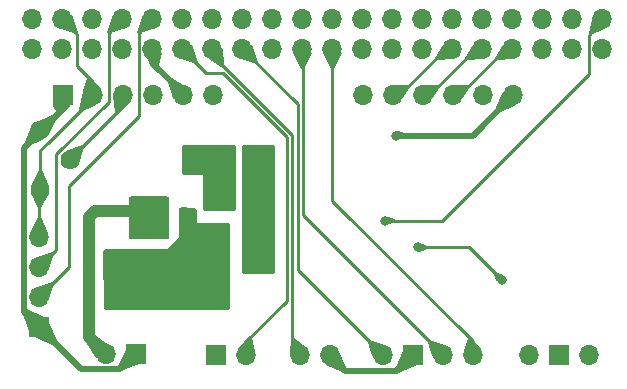
<source format=gbl>
%TF.GenerationSoftware,KiCad,Pcbnew,7.0.1*%
%TF.CreationDate,2023-07-06T22:47:11-05:00*%
%TF.ProjectId,squishbox1,73717569-7368-4626-9f78-312e6b696361,rev?*%
%TF.SameCoordinates,Original*%
%TF.FileFunction,Copper,L2,Bot*%
%TF.FilePolarity,Positive*%
%FSLAX46Y46*%
G04 Gerber Fmt 4.6, Leading zero omitted, Abs format (unit mm)*
G04 Created by KiCad (PCBNEW 7.0.1) date 2023-07-06 22:47:11*
%MOMM*%
%LPD*%
G01*
G04 APERTURE LIST*
%TA.AperFunction,ComponentPad*%
%ADD10R,1.700000X1.700000*%
%TD*%
%TA.AperFunction,ComponentPad*%
%ADD11O,1.700000X1.700000*%
%TD*%
%TA.AperFunction,ComponentPad*%
%ADD12C,1.620000*%
%TD*%
%TA.AperFunction,ViaPad*%
%ADD13C,0.800000*%
%TD*%
%TA.AperFunction,Conductor*%
%ADD14C,0.500000*%
%TD*%
%TA.AperFunction,Conductor*%
%ADD15C,0.250000*%
%TD*%
%TA.AperFunction,Conductor*%
%ADD16C,1.000000*%
%TD*%
G04 APERTURE END LIST*
D10*
%TO.P,U2,1,VSS*%
%TO.N,GND*%
X91000000Y-56000000D03*
D11*
%TO.P,U2,2,VDD*%
%TO.N,+5V*%
X93540000Y-56000000D03*
%TO.P,U2,3,VO*%
%TO.N,Net-(U2-VO)*%
X96080000Y-56000000D03*
%TO.P,U2,4,RS*%
%TO.N,Net-(J1-SDA{slash}GPIO2)*%
X98620000Y-56000000D03*
%TO.P,U2,5,R/~{W}*%
%TO.N,GND*%
X101160000Y-56000000D03*
%TO.P,U2,6,E*%
%TO.N,Net-(J1-SCL{slash}GPIO3)*%
X103700000Y-56000000D03*
%TO.P,U2,11,DB4*%
%TO.N,Net-(J1-SCLK0{slash}GPIO11)*%
X116400000Y-56000000D03*
%TO.P,U2,12,DB5*%
%TO.N,Net-(J1-GCLK1{slash}GPIO5)*%
X118940000Y-56000000D03*
%TO.P,U2,13,DB6*%
%TO.N,Net-(J1-GCLK2{slash}GPIO6)*%
X121480000Y-56000000D03*
%TO.P,U2,14,DB7*%
%TO.N,Net-(J1-PWM1{slash}GPIO13)*%
X124020000Y-56000000D03*
%TO.P,U2,15,A/VEE*%
%TO.N,Net-(U2-A{slash}VEE)*%
X126560000Y-56000000D03*
%TO.P,U2,16,K*%
%TO.N,GND*%
X129100000Y-56000000D03*
%TD*%
D10*
%TO.P,D1,1,Pin_1*%
%TO.N,Net-(D1-Pin_1)*%
X104000000Y-78000000D03*
D11*
%TO.P,D1,2,Pin_2*%
%TO.N,Net-(D1-Pin_2)*%
X106540000Y-78000000D03*
%TD*%
%TO.P,S1,1,Pin_1*%
%TO.N,Net-(J1-GPIO27)*%
X111069200Y-78000000D03*
%TO.P,S1,2,Pin_2*%
%TO.N,GND*%
X113609200Y-78000000D03*
%TD*%
%TO.P,J3,1,Pin_1*%
%TO.N,/GPIO22*%
X118120000Y-78000000D03*
D10*
%TO.P,J3,2,Pin_2*%
%TO.N,GND*%
X120660000Y-78000000D03*
D11*
%TO.P,J3,3,Pin_3*%
%TO.N,Net-(J1-MOSI0{slash}GPIO10)*%
X123200000Y-78000000D03*
%TO.P,J3,4,Pin_4*%
%TO.N,Net-(J1-MISO0{slash}GPIO9)*%
X125740000Y-78000000D03*
%TD*%
%TO.P,J2,1,Pin_1*%
%TO.N,/ROUT*%
X135585200Y-77978000D03*
D10*
%TO.P,J2,2,Pin_2*%
%TO.N,GND*%
X133045200Y-77978000D03*
D11*
%TO.P,J2,3,Pin_3*%
%TO.N,/LOUT*%
X130505200Y-77978000D03*
%TD*%
D10*
%TO.P,J4,1,Pin_1*%
%TO.N,GND*%
X97180400Y-77901800D03*
D11*
%TO.P,J4,2,Pin_2*%
%TO.N,/VIN*%
X94640400Y-77901800D03*
%TD*%
%TO.P,J1,1,3V3*%
%TO.N,+3V3*%
X88440000Y-52070000D03*
%TO.P,J1,2,5V*%
%TO.N,/5.2V*%
X88440000Y-49530000D03*
%TO.P,J1,3,SDA/GPIO2*%
%TO.N,Net-(J1-SDA{slash}GPIO2)*%
X90980000Y-52070000D03*
%TO.P,J1,4,5V*%
%TO.N,+5V*%
X90980000Y-49530000D03*
%TO.P,J1,5,SCL/GPIO3*%
%TO.N,Net-(J1-SCL{slash}GPIO3)*%
X93520000Y-52070000D03*
%TO.P,J1,6,GND*%
%TO.N,unconnected-(J1-GND-Pad6)*%
X93520000Y-49530000D03*
%TO.P,J1,7,GCLK0/GPIO4*%
%TO.N,unconnected-(J1-GCLK0{slash}GPIO4-Pad7)*%
X96060000Y-52070000D03*
%TO.P,J1,8,GPIO14/TXD*%
%TO.N,Net-(J1-GPIO14{slash}TXD)*%
X96060000Y-49530000D03*
%TO.P,J1,9,GND*%
%TO.N,GND*%
X98600000Y-52070000D03*
%TO.P,J1,10,GPIO15/RXD*%
%TO.N,Net-(J1-GPIO15{slash}RXD)*%
X98600000Y-49530000D03*
%TO.P,J1,11,GPIO17*%
%TO.N,Net-(D1-Pin_2)*%
X101140000Y-52070000D03*
%TO.P,J1,12,GPIO18/PWM0*%
%TO.N,Net-(J1-GPIO18{slash}PWM0)*%
X101140000Y-49530000D03*
%TO.P,J1,13,GPIO27*%
%TO.N,Net-(J1-GPIO27)*%
X103680000Y-52070000D03*
%TO.P,J1,14,GND*%
%TO.N,unconnected-(J1-GND-Pad14)*%
X103680000Y-49530000D03*
%TO.P,J1,15,GPIO22*%
%TO.N,/GPIO22*%
X106220000Y-52070000D03*
%TO.P,J1,16,GPIO23*%
%TO.N,unconnected-(J1-GPIO23-Pad16)*%
X106220000Y-49530000D03*
%TO.P,J1,17,3V3*%
%TO.N,unconnected-(J1-3V3-Pad17)*%
X108760000Y-52070000D03*
%TO.P,J1,18,GPIO24*%
%TO.N,unconnected-(J1-GPIO24-Pad18)*%
X108760000Y-49530000D03*
%TO.P,J1,19,MOSI0/GPIO10*%
%TO.N,Net-(J1-MOSI0{slash}GPIO10)*%
X111300000Y-52070000D03*
%TO.P,J1,20,GND*%
%TO.N,unconnected-(J1-GND-Pad20)*%
X111300000Y-49530000D03*
%TO.P,J1,21,MISO0/GPIO9*%
%TO.N,Net-(J1-MISO0{slash}GPIO9)*%
X113840000Y-52070000D03*
%TO.P,J1,22,GPIO25*%
%TO.N,unconnected-(J1-GPIO25-Pad22)*%
X113840000Y-49530000D03*
%TO.P,J1,23,SCLK0/GPIO11*%
%TO.N,Net-(J1-SCLK0{slash}GPIO11)*%
X116380000Y-52070000D03*
%TO.P,J1,24,~{CE0}/GPIO8*%
%TO.N,unconnected-(J1-~{CE0}{slash}GPIO8-Pad24)*%
X116380000Y-49530000D03*
%TO.P,J1,25,GND*%
%TO.N,unconnected-(J1-GND-Pad25)*%
X118920000Y-52070000D03*
%TO.P,J1,26,~{CE1}/GPIO7*%
%TO.N,unconnected-(J1-~{CE1}{slash}GPIO7-Pad26)*%
X118920000Y-49530000D03*
%TO.P,J1,27,ID_SD/GPIO0*%
%TO.N,unconnected-(J1-ID_SD{slash}GPIO0-Pad27)*%
X121460000Y-52070000D03*
%TO.P,J1,28,ID_SC/GPIO1*%
%TO.N,unconnected-(J1-ID_SC{slash}GPIO1-Pad28)*%
X121460000Y-49530000D03*
%TO.P,J1,29,GCLK1/GPIO5*%
%TO.N,Net-(J1-GCLK1{slash}GPIO5)*%
X124000000Y-52070000D03*
%TO.P,J1,30,GND*%
%TO.N,unconnected-(J1-GND-Pad30)*%
X124000000Y-49530000D03*
%TO.P,J1,31,GCLK2/GPIO6*%
%TO.N,Net-(J1-GCLK2{slash}GPIO6)*%
X126540000Y-52070000D03*
%TO.P,J1,32,PWM0/GPIO12*%
%TO.N,unconnected-(J1-PWM0{slash}GPIO12-Pad32)*%
X126540000Y-49530000D03*
%TO.P,J1,33,PWM1/GPIO13*%
%TO.N,Net-(J1-PWM1{slash}GPIO13)*%
X129080000Y-52070000D03*
%TO.P,J1,34,GND*%
%TO.N,unconnected-(J1-GND-Pad34)*%
X129080000Y-49530000D03*
%TO.P,J1,35,GPIO19/MISO1*%
%TO.N,Net-(J1-GPIO19{slash}MISO1)*%
X131620000Y-52070000D03*
%TO.P,J1,36,GPIO16*%
%TO.N,unconnected-(J1-GPIO16-Pad36)*%
X131620000Y-49530000D03*
%TO.P,J1,37,GPIO26*%
%TO.N,unconnected-(J1-GPIO26-Pad37)*%
X134160000Y-52070000D03*
%TO.P,J1,38,GPIO20/MOSI1*%
%TO.N,unconnected-(J1-GPIO20{slash}MOSI1-Pad38)*%
X134160000Y-49530000D03*
%TO.P,J1,39,GND*%
%TO.N,GND*%
X136700000Y-52070000D03*
%TO.P,J1,40,GPIO21/SCLK1*%
%TO.N,Net-(J1-GPIO21{slash}SCLK1)*%
X136700000Y-49530000D03*
%TD*%
%TO.P,J5,1,Pin_1*%
%TO.N,+5V*%
X89001600Y-67995800D03*
%TO.P,J5,2,Pin_2*%
%TO.N,Net-(J1-GPIO14{slash}TXD)*%
X89001600Y-70535800D03*
%TO.P,J5,3,Pin_3*%
%TO.N,Net-(J1-GPIO15{slash}RXD)*%
X89001600Y-73075800D03*
D10*
%TO.P,J5,4,Pin_4*%
%TO.N,GND*%
X89001600Y-75615800D03*
%TD*%
D12*
%TO.P,RV1,1,1*%
%TO.N,+5V*%
X89099000Y-63968000D03*
%TO.P,RV1,2,2*%
%TO.N,Net-(U2-VO)*%
X91599000Y-61468000D03*
%TO.P,RV1,3,3*%
%TO.N,GND*%
X89099000Y-58968000D03*
%TD*%
D13*
%TO.N,GND*%
X103632000Y-67564000D03*
X103632000Y-69596000D03*
X96520000Y-70612000D03*
X103632000Y-68580000D03*
X98552000Y-70612000D03*
X99568000Y-70612000D03*
X119200000Y-59400000D03*
X103632000Y-70612000D03*
X101600000Y-66548000D03*
X95504000Y-70612000D03*
%TO.N,/5.2V*%
X106680000Y-63246000D03*
X107696000Y-69596000D03*
X106680000Y-62230000D03*
X107696000Y-68580000D03*
X106680000Y-64262000D03*
X106680000Y-65278000D03*
X107696000Y-67564000D03*
X106680000Y-61214000D03*
X107696000Y-70612000D03*
%TO.N,Net-(J1-GPIO21{slash}SCLK1)*%
X118323900Y-66611800D03*
%TO.N,Net-(U1-OUTL)*%
X128154700Y-71592400D03*
X121049500Y-68853700D03*
%TO.N,/VIN*%
X97790000Y-65793900D03*
%TO.N,/SW*%
X105156000Y-63246000D03*
X105156000Y-65278000D03*
X105156000Y-64262000D03*
X105156000Y-62230000D03*
X105156000Y-61214000D03*
%TD*%
D14*
%TO.N,GND*%
X119200000Y-59400000D02*
X125700000Y-59400000D01*
X92585800Y-79200000D02*
X89001600Y-75615800D01*
X120628000Y-78000000D02*
X119303000Y-79325000D01*
X101160000Y-55805100D02*
X101160000Y-56000000D01*
X125700000Y-59400000D02*
X129100000Y-56000000D01*
X98600000Y-52070000D02*
X98600000Y-53245100D01*
X89397200Y-58724800D02*
X87701600Y-60420400D01*
X114934200Y-79325000D02*
X113609200Y-78000000D01*
X87701600Y-74315800D02*
X89001600Y-75615800D01*
X98600000Y-53245100D02*
X101160000Y-55805100D01*
X95880400Y-79201800D02*
X94101922Y-79201800D01*
X94101922Y-79201800D02*
X94100122Y-79200000D01*
X119303000Y-79325000D02*
X114934200Y-79325000D01*
X94100122Y-79200000D02*
X92585800Y-79200000D01*
X120660000Y-78000000D02*
X120628000Y-78000000D01*
X97180400Y-77901800D02*
X95880400Y-79201800D01*
X91000000Y-57122000D02*
X89397200Y-58724800D01*
X87701600Y-60420400D02*
X87701600Y-74315800D01*
X91000000Y-56000000D02*
X91000000Y-57122000D01*
D15*
%TO.N,Net-(D1-Pin_2)*%
X109982000Y-59547100D02*
X109982000Y-73382900D01*
X101140000Y-52070000D02*
X103172000Y-54102000D01*
X106540000Y-76824900D02*
X106540000Y-78000000D01*
X109982000Y-73382900D02*
X106540000Y-76824900D01*
X103172000Y-54102000D02*
X104536900Y-54102000D01*
X104536900Y-54102000D02*
X109982000Y-59547100D01*
%TO.N,Net-(J1-GPIO27)*%
X110431501Y-59360911D02*
X110431501Y-77362301D01*
X103680000Y-52070000D02*
X103680000Y-52609410D01*
X103680000Y-52609410D02*
X110431501Y-59360911D01*
X110431501Y-77362301D02*
X111069200Y-78000000D01*
%TO.N,/GPIO22*%
X110881002Y-70761002D02*
X118120000Y-78000000D01*
X106220000Y-52070000D02*
X110881002Y-56731002D01*
X110881002Y-56731002D02*
X110881002Y-70761002D01*
%TO.N,Net-(J1-MOSI0{slash}GPIO10)*%
X111330503Y-52100503D02*
X111300000Y-52070000D01*
X123200000Y-78000000D02*
X111330503Y-66130503D01*
X111330503Y-66130503D02*
X111330503Y-52100503D01*
%TO.N,Net-(J1-MISO0{slash}GPIO9)*%
X113840000Y-52070000D02*
X113840000Y-64924900D01*
X113840000Y-64924900D02*
X125740000Y-76824900D01*
X125740000Y-78000000D02*
X125740000Y-76824900D01*
%TO.N,Net-(J1-GCLK1{slash}GPIO5)*%
X119514000Y-56000000D02*
X118940000Y-56000000D01*
X123444000Y-52070000D02*
X119514000Y-56000000D01*
X124000000Y-52070000D02*
X123444000Y-52070000D01*
%TO.N,Net-(J1-GCLK2{slash}GPIO6)*%
X122054000Y-56000000D02*
X121480000Y-56000000D01*
X126540000Y-52070000D02*
X125984000Y-52070000D01*
X125984000Y-52070000D02*
X122054000Y-56000000D01*
%TO.N,Net-(J1-PWM1{slash}GPIO13)*%
X128524000Y-52070000D02*
X124594000Y-56000000D01*
X129080000Y-52070000D02*
X128524000Y-52070000D01*
X124594000Y-56000000D02*
X124020000Y-56000000D01*
%TO.N,Net-(J1-GPIO21{slash}SCLK1)*%
X136700000Y-49736000D02*
X135525000Y-50911000D01*
X136700000Y-49530000D02*
X136700000Y-49736000D01*
X135525000Y-50911000D02*
X135525000Y-54225000D01*
X123138200Y-66611800D02*
X118323900Y-66611800D01*
X135525000Y-54225000D02*
X123138200Y-66611800D01*
%TO.N,Net-(U1-OUTL)*%
X121049500Y-68853800D02*
X121049500Y-68853700D01*
X128154700Y-71592400D02*
X125416100Y-68853800D01*
X125416100Y-68853800D02*
X121049500Y-68853800D01*
%TO.N,Net-(U2-VO)*%
X96080000Y-56000000D02*
X96080000Y-56922000D01*
X96080000Y-56922000D02*
X91599000Y-61403000D01*
X91599000Y-61403000D02*
X91599000Y-61468000D01*
%TO.N,+5V*%
X89001600Y-67995800D02*
X89001600Y-64065400D01*
X92250000Y-53534900D02*
X92250000Y-50800000D01*
X93540000Y-56187133D02*
X89722567Y-60004567D01*
X89099000Y-67898400D02*
X89001600Y-67995800D01*
X89001600Y-64065400D02*
X89099000Y-63968000D01*
X92250000Y-50800000D02*
X90980000Y-49530000D01*
X93540000Y-56000000D02*
X93540000Y-54824900D01*
X93540000Y-54824900D02*
X92250000Y-53534900D01*
X89099000Y-63968000D02*
X89099000Y-60628134D01*
X93540000Y-56000000D02*
X93540000Y-56187133D01*
X89099000Y-60628134D02*
X89722567Y-60004567D01*
X89722567Y-60004567D02*
X89099000Y-60628133D01*
%TO.N,Net-(J1-GPIO14{slash}TXD)*%
X94884900Y-50705100D02*
X94884900Y-56525300D01*
X94884900Y-56525300D02*
X90424000Y-60986200D01*
X90424000Y-69113400D02*
X89001600Y-70535800D01*
X96060000Y-49530000D02*
X94884900Y-50705100D01*
X90424000Y-60986200D02*
X90424000Y-69113400D01*
%TO.N,Net-(J1-GPIO15{slash}RXD)*%
X98600000Y-49530000D02*
X97424900Y-50705100D01*
X97424900Y-50705100D02*
X97424900Y-57769100D01*
X91541600Y-63652400D02*
X91541600Y-70535800D01*
X97424900Y-57769100D02*
X91541600Y-63652400D01*
X91541600Y-70535800D02*
X89001600Y-73075800D01*
D16*
%TO.N,/VIN*%
X97782100Y-65786000D02*
X97790000Y-65793900D01*
X93726000Y-65786000D02*
X97782100Y-65786000D01*
X93218000Y-66294000D02*
X93726000Y-65786000D01*
X93218000Y-76479400D02*
X93218000Y-66294000D01*
X94640400Y-77901800D02*
X93218000Y-76479400D01*
%TD*%
%TA.AperFunction,Conductor*%
%TO.N,GND*%
G36*
X128325274Y-55679084D02*
G01*
X129096216Y-55997438D01*
X129100021Y-55999978D01*
X129102562Y-56003785D01*
X129420914Y-56774723D01*
X129420954Y-56783557D01*
X129414807Y-56789900D01*
X128082018Y-57375639D01*
X128075151Y-57376427D01*
X128069038Y-57373201D01*
X127726798Y-57030961D01*
X127723572Y-57024848D01*
X127724359Y-57017983D01*
X128310099Y-55685191D01*
X128316442Y-55679045D01*
X128325274Y-55679084D01*
G37*
%TD.AperFunction*%
%TD*%
%TA.AperFunction,Conductor*%
%TO.N,/GPIO22*%
G36*
X107005811Y-51751234D02*
G01*
X107009388Y-51756370D01*
X107508031Y-53176748D01*
X107508400Y-53183222D01*
X107505265Y-53188897D01*
X107338897Y-53355265D01*
X107333222Y-53358400D01*
X107326748Y-53358031D01*
X105906370Y-52859388D01*
X105901234Y-52855811D01*
X105898677Y-52850097D01*
X105899431Y-52843885D01*
X106217439Y-52073780D01*
X106219978Y-52069978D01*
X106223780Y-52067439D01*
X106993885Y-51749431D01*
X107000097Y-51748677D01*
X107005811Y-51751234D01*
G37*
%TD.AperFunction*%
%TD*%
%TA.AperFunction,Conductor*%
%TO.N,Net-(U1-OUTL)*%
G36*
X121482831Y-68590138D02*
G01*
X121841919Y-68725941D01*
X121847406Y-68730234D01*
X121849480Y-68736885D01*
X121849480Y-68970713D01*
X121847405Y-68977365D01*
X121841916Y-68981658D01*
X121213154Y-69219253D01*
X121204384Y-69219051D01*
X121198219Y-69212810D01*
X121050375Y-68858197D01*
X121049475Y-68853700D01*
X121050375Y-68849202D01*
X121198219Y-68494590D01*
X121204384Y-68488350D01*
X121213155Y-68488150D01*
X121482831Y-68590138D01*
G37*
%TD.AperFunction*%
%TD*%
%TA.AperFunction,Conductor*%
%TO.N,+5V*%
G36*
X89125469Y-66297597D02*
G01*
X89129786Y-66302434D01*
X89781550Y-67659386D01*
X89782652Y-67665548D01*
X89780419Y-67671396D01*
X89775492Y-67675257D01*
X89006089Y-67994934D01*
X89001600Y-67995829D01*
X88997111Y-67994934D01*
X88227707Y-67675257D01*
X88222780Y-67671396D01*
X88220547Y-67665548D01*
X88221649Y-67659386D01*
X88873414Y-66302434D01*
X88877731Y-66297597D01*
X88883961Y-66295800D01*
X89119239Y-66295800D01*
X89125469Y-66297597D01*
G37*
%TD.AperFunction*%
%TD*%
%TA.AperFunction,Conductor*%
%TO.N,/5.2V*%
G36*
X108777971Y-60200381D02*
G01*
X108818346Y-60208412D01*
X108863043Y-60226927D01*
X108886913Y-60242877D01*
X108921122Y-60277086D01*
X108937072Y-60300956D01*
X108955588Y-60345656D01*
X108963617Y-60386019D01*
X108966000Y-60410211D01*
X108966000Y-70907789D01*
X108963617Y-70931982D01*
X108955588Y-70972344D01*
X108937072Y-71017043D01*
X108921122Y-71040913D01*
X108886913Y-71075122D01*
X108863043Y-71091072D01*
X108818344Y-71109588D01*
X108801841Y-71112870D01*
X108777978Y-71117617D01*
X108753789Y-71120000D01*
X106384211Y-71120000D01*
X106360020Y-71117617D01*
X106344744Y-71114578D01*
X106319656Y-71109588D01*
X106274956Y-71091072D01*
X106251086Y-71075122D01*
X106216877Y-71040913D01*
X106200927Y-71017043D01*
X106182412Y-70972346D01*
X106174381Y-70931971D01*
X106172000Y-70907789D01*
X106172000Y-60410211D01*
X106174381Y-60386027D01*
X106182412Y-60345653D01*
X106200927Y-60300956D01*
X106216877Y-60277086D01*
X106251086Y-60242877D01*
X106274956Y-60226927D01*
X106319653Y-60208412D01*
X106360027Y-60200381D01*
X106384211Y-60198000D01*
X108753789Y-60198000D01*
X108777971Y-60200381D01*
G37*
%TD.AperFunction*%
%TD*%
%TA.AperFunction,Conductor*%
%TO.N,GND*%
G36*
X96341012Y-77516919D02*
G01*
X97176985Y-77899778D01*
X97180690Y-77902457D01*
X97183085Y-77906352D01*
X97492140Y-78740946D01*
X97491825Y-78749837D01*
X97485349Y-78755936D01*
X95682677Y-79445723D01*
X95675263Y-79446040D01*
X95669149Y-79441834D01*
X95666796Y-79434796D01*
X95666796Y-78954368D01*
X95667870Y-78949470D01*
X95763983Y-78740946D01*
X96325515Y-77522656D01*
X96332076Y-77516584D01*
X96341012Y-77516919D01*
G37*
%TD.AperFunction*%
%TD*%
%TA.AperFunction,Conductor*%
%TO.N,Net-(J1-MISO0{slash}GPIO9)*%
G36*
X113844488Y-52070865D02*
G01*
X114613892Y-52390542D01*
X114618819Y-52394403D01*
X114621052Y-52400251D01*
X114619950Y-52406413D01*
X113968186Y-53763366D01*
X113963869Y-53768203D01*
X113957639Y-53770000D01*
X113722361Y-53770000D01*
X113716131Y-53768203D01*
X113711814Y-53763366D01*
X113060049Y-52406413D01*
X113058947Y-52400251D01*
X113061180Y-52394403D01*
X113066105Y-52390542D01*
X113835512Y-52070864D01*
X113839999Y-52069970D01*
X113844488Y-52070865D01*
G37*
%TD.AperFunction*%
%TD*%
%TA.AperFunction,Conductor*%
%TO.N,/SW*%
G36*
X105475971Y-60200381D02*
G01*
X105516346Y-60208412D01*
X105561043Y-60226927D01*
X105584913Y-60242877D01*
X105619122Y-60277086D01*
X105635072Y-60300956D01*
X105653588Y-60345656D01*
X105661617Y-60386019D01*
X105664000Y-60410211D01*
X105664000Y-65573789D01*
X105661617Y-65597982D01*
X105653588Y-65638344D01*
X105635072Y-65683043D01*
X105619122Y-65706913D01*
X105584913Y-65741122D01*
X105561043Y-65757072D01*
X105516344Y-65775588D01*
X105499841Y-65778870D01*
X105475978Y-65783617D01*
X105451789Y-65786000D01*
X103082211Y-65786000D01*
X103058020Y-65783617D01*
X103042744Y-65780578D01*
X103017656Y-65775588D01*
X102972956Y-65757072D01*
X102949086Y-65741122D01*
X102914877Y-65706913D01*
X102898927Y-65683043D01*
X102880412Y-65638346D01*
X102872381Y-65597971D01*
X102870000Y-65573789D01*
X102870000Y-62937998D01*
X102870000Y-62738000D01*
X102670002Y-62738000D01*
X101304211Y-62738000D01*
X101280020Y-62735617D01*
X101264744Y-62732578D01*
X101239656Y-62727588D01*
X101194956Y-62709072D01*
X101171086Y-62693122D01*
X101136877Y-62658913D01*
X101120927Y-62635043D01*
X101102412Y-62590346D01*
X101094381Y-62549971D01*
X101092000Y-62525789D01*
X101092000Y-60410211D01*
X101094381Y-60386027D01*
X101102412Y-60345653D01*
X101120927Y-60300956D01*
X101136877Y-60277086D01*
X101171086Y-60242877D01*
X101194956Y-60226927D01*
X101239653Y-60208412D01*
X101280027Y-60200381D01*
X101304211Y-60198000D01*
X105451789Y-60198000D01*
X105475971Y-60200381D01*
G37*
%TD.AperFunction*%
%TD*%
%TA.AperFunction,Conductor*%
%TO.N,Net-(J1-GPIO21{slash}SCLK1)*%
G36*
X135927219Y-49209887D02*
G01*
X136696216Y-49527438D01*
X136700021Y-49529978D01*
X136702562Y-49533785D01*
X137020941Y-50304788D01*
X137020994Y-50313589D01*
X137014899Y-50319936D01*
X135717146Y-50899697D01*
X135710249Y-50900520D01*
X135704101Y-50897288D01*
X135537706Y-50730893D01*
X135534702Y-50725739D01*
X135534631Y-50719775D01*
X135911407Y-49217853D01*
X135914755Y-49212164D01*
X135920653Y-49209192D01*
X135927219Y-49209887D01*
G37*
%TD.AperFunction*%
%TD*%
%TA.AperFunction,Conductor*%
%TO.N,Net-(D1-Pin_2)*%
G36*
X101925811Y-51751234D02*
G01*
X101929388Y-51756370D01*
X102428031Y-53176748D01*
X102428400Y-53183222D01*
X102425265Y-53188897D01*
X102258897Y-53355265D01*
X102253222Y-53358400D01*
X102246748Y-53358031D01*
X100826370Y-52859388D01*
X100821234Y-52855811D01*
X100818677Y-52850097D01*
X100819431Y-52843885D01*
X101137439Y-52073780D01*
X101139978Y-52069978D01*
X101143780Y-52067439D01*
X101913885Y-51749431D01*
X101920097Y-51748677D01*
X101925811Y-51751234D01*
G37*
%TD.AperFunction*%
%TD*%
%TA.AperFunction,Conductor*%
%TO.N,Net-(J1-GPIO27)*%
G36*
X104519157Y-52069990D02*
G01*
X104527106Y-52073116D01*
X104530812Y-52080814D01*
X104628086Y-53375769D01*
X104627389Y-53380714D01*
X104624692Y-53384918D01*
X104458368Y-53551242D01*
X104451355Y-53554601D01*
X104443785Y-53552821D01*
X103674856Y-53060339D01*
X103362955Y-52860573D01*
X103358105Y-52854233D01*
X103358451Y-52846258D01*
X103676303Y-52076532D01*
X103680616Y-52071272D01*
X103687125Y-52069299D01*
X104519157Y-52069990D01*
G37*
%TD.AperFunction*%
%TD*%
%TA.AperFunction,Conductor*%
%TO.N,+5V*%
G36*
X93260167Y-54371440D02*
G01*
X93265447Y-54374964D01*
X93410866Y-54545030D01*
X94134016Y-55390743D01*
X94136815Y-55398796D01*
X94133407Y-55406610D01*
X93546238Y-55995162D01*
X93540242Y-55998373D01*
X93533473Y-55997706D01*
X92764351Y-55678720D01*
X92758292Y-55672989D01*
X92757589Y-55664680D01*
X93079617Y-54545028D01*
X93082586Y-54539993D01*
X93248285Y-54374294D01*
X93253823Y-54371193D01*
X93260167Y-54371440D01*
G37*
%TD.AperFunction*%
%TD*%
%TA.AperFunction,Conductor*%
%TO.N,Net-(J1-GPIO21{slash}SCLK1)*%
G36*
X118504596Y-66252690D02*
G01*
X119116337Y-66483941D01*
X119121825Y-66488233D01*
X119123900Y-66494885D01*
X119123900Y-66728715D01*
X119121825Y-66735367D01*
X119116337Y-66739659D01*
X118487555Y-66977351D01*
X118478784Y-66977150D01*
X118472619Y-66970909D01*
X118324775Y-66616297D01*
X118323875Y-66611800D01*
X118324775Y-66607302D01*
X118472619Y-66252689D01*
X118478784Y-66246449D01*
X118487554Y-66246248D01*
X118504596Y-66252690D01*
G37*
%TD.AperFunction*%
%TD*%
%TA.AperFunction,Conductor*%
%TO.N,Net-(J1-GPIO27)*%
G36*
X110559620Y-76566481D02*
G01*
X111659452Y-77390872D01*
X111663398Y-77396147D01*
X111663868Y-77402717D01*
X111660715Y-77408500D01*
X111072634Y-77997560D01*
X111068830Y-78000104D01*
X111064340Y-78000994D01*
X110231617Y-78000014D01*
X110225569Y-77998321D01*
X110221268Y-77993745D01*
X110219953Y-77987606D01*
X110305832Y-76575133D01*
X110309493Y-76567323D01*
X110317511Y-76564143D01*
X110552603Y-76564143D01*
X110559620Y-76566481D01*
G37*
%TD.AperFunction*%
%TD*%
%TA.AperFunction,Conductor*%
%TO.N,Net-(J1-GCLK1{slash}GPIO5)*%
G36*
X123223674Y-51748424D02*
G01*
X123993466Y-52066303D01*
X123998727Y-52070616D01*
X124000700Y-52077127D01*
X124000009Y-52909038D01*
X123996841Y-52917034D01*
X123989061Y-52920704D01*
X122691406Y-53004311D01*
X122686527Y-53003583D01*
X122682381Y-53000908D01*
X122516056Y-52834583D01*
X122512692Y-52827526D01*
X122514525Y-52819925D01*
X123209406Y-51752851D01*
X123215739Y-51748064D01*
X123223674Y-51748424D01*
G37*
%TD.AperFunction*%
%TD*%
%TA.AperFunction,Conductor*%
%TO.N,GND*%
G36*
X89856380Y-75273715D02*
G01*
X90625845Y-76882596D01*
X90626822Y-76889619D01*
X90623563Y-76895917D01*
X90281717Y-77237763D01*
X90275419Y-77241022D01*
X90268396Y-77240045D01*
X88659515Y-76470580D01*
X88653640Y-76464218D01*
X88653749Y-76455558D01*
X88999039Y-75619579D01*
X89001578Y-75615778D01*
X89005379Y-75613239D01*
X89841358Y-75267948D01*
X89850018Y-75267840D01*
X89856380Y-75273715D01*
G37*
%TD.AperFunction*%
%TD*%
%TA.AperFunction,Conductor*%
%TO.N,GND*%
G36*
X89095215Y-58965438D02*
G01*
X89099021Y-58967978D01*
X89101562Y-58971786D01*
X89404746Y-59706103D01*
X89404855Y-59714761D01*
X89398981Y-59721122D01*
X88170703Y-60308746D01*
X88163679Y-60309724D01*
X88157381Y-60306465D01*
X87815217Y-59964301D01*
X87812013Y-59958302D01*
X87812686Y-59951538D01*
X88346177Y-58668798D01*
X88352503Y-58662483D01*
X88361443Y-58662479D01*
X89095215Y-58965438D01*
G37*
%TD.AperFunction*%
%TD*%
%TA.AperFunction,Conductor*%
%TO.N,Net-(J1-GCLK1{slash}GPIO5)*%
G36*
X120256464Y-55081397D02*
G01*
X120260547Y-55084048D01*
X120426872Y-55250373D01*
X120430241Y-55257479D01*
X120428350Y-55265112D01*
X119730617Y-56317258D01*
X119724288Y-56321980D01*
X119716400Y-56321606D01*
X118946533Y-56003696D01*
X118941272Y-55999383D01*
X118939299Y-55992873D01*
X118939990Y-55161086D01*
X118943205Y-55153043D01*
X118951070Y-55149414D01*
X120251657Y-55080637D01*
X120256464Y-55081397D01*
G37*
%TD.AperFunction*%
%TD*%
%TA.AperFunction,Conductor*%
%TO.N,GND*%
G36*
X100259208Y-54547256D02*
G01*
X101227913Y-55074597D01*
X101476048Y-55209676D01*
X101481483Y-55216047D01*
X101481268Y-55224418D01*
X101162562Y-55996214D01*
X101160021Y-56000021D01*
X101156214Y-56002562D01*
X100386295Y-56320493D01*
X100380021Y-56321238D01*
X100374274Y-56318613D01*
X100370731Y-56313382D01*
X100266166Y-56000021D01*
X99900264Y-54903488D01*
X99899976Y-54897101D01*
X99903088Y-54891516D01*
X100245346Y-54549258D01*
X100251944Y-54545953D01*
X100259208Y-54547256D01*
G37*
%TD.AperFunction*%
%TD*%
%TA.AperFunction,Conductor*%
%TO.N,Net-(J1-PWM1{slash}GPIO13)*%
G36*
X125336464Y-55081397D02*
G01*
X125340547Y-55084048D01*
X125506872Y-55250373D01*
X125510241Y-55257479D01*
X125508350Y-55265112D01*
X124810617Y-56317258D01*
X124804288Y-56321980D01*
X124796400Y-56321606D01*
X124026533Y-56003696D01*
X124021272Y-55999383D01*
X124019299Y-55992873D01*
X124019990Y-55161086D01*
X124023205Y-55153043D01*
X124031070Y-55149414D01*
X125331657Y-55080637D01*
X125336464Y-55081397D01*
G37*
%TD.AperFunction*%
%TD*%
%TA.AperFunction,Conductor*%
%TO.N,GND*%
G36*
X98606526Y-52072293D02*
G01*
X99376184Y-52391501D01*
X99382096Y-52396936D01*
X99383111Y-52404901D01*
X99148685Y-53436190D01*
X99145549Y-53441870D01*
X98804184Y-53783235D01*
X98798299Y-53786416D01*
X98791634Y-53785852D01*
X98786366Y-53781729D01*
X98543735Y-53439483D01*
X98004662Y-52679086D01*
X98002549Y-52671341D01*
X98005923Y-52664059D01*
X98593763Y-52074835D01*
X98599757Y-52071626D01*
X98606526Y-52072293D01*
G37*
%TD.AperFunction*%
%TD*%
%TA.AperFunction,Conductor*%
%TO.N,Net-(J1-GPIO15{slash}RXD)*%
G36*
X90120497Y-71790534D02*
G01*
X90286865Y-71956902D01*
X90290000Y-71962577D01*
X90289631Y-71969051D01*
X89790988Y-73389429D01*
X89787411Y-73394565D01*
X89781697Y-73397122D01*
X89775483Y-73396367D01*
X89005385Y-73078362D01*
X89001578Y-73075821D01*
X88999038Y-73072016D01*
X88681031Y-72301914D01*
X88680277Y-72295702D01*
X88682834Y-72289988D01*
X88687967Y-72286412D01*
X90108348Y-71787767D01*
X90114822Y-71787399D01*
X90120497Y-71790534D01*
G37*
%TD.AperFunction*%
%TD*%
%TA.AperFunction,Conductor*%
%TO.N,GND*%
G36*
X102153488Y-65524267D02*
G01*
X102184669Y-65529456D01*
X102235222Y-65544690D01*
X102288733Y-65577373D01*
X102313938Y-65603529D01*
X102344620Y-65658218D01*
X102357971Y-65709304D01*
X102362000Y-65740658D01*
X102362000Y-66802000D01*
X104943789Y-66802000D01*
X104967971Y-66804381D01*
X105008346Y-66812412D01*
X105053043Y-66830927D01*
X105076913Y-66846877D01*
X105111122Y-66881086D01*
X105127072Y-66904956D01*
X105145588Y-66949656D01*
X105153617Y-66990019D01*
X105156000Y-67014211D01*
X105156000Y-73937789D01*
X105153617Y-73961982D01*
X105145588Y-74002344D01*
X105127072Y-74047043D01*
X105111122Y-74070913D01*
X105076913Y-74105122D01*
X105053043Y-74121072D01*
X105008344Y-74139588D01*
X104991841Y-74142870D01*
X104967978Y-74147617D01*
X104943789Y-74150000D01*
X94690305Y-74150000D01*
X94658307Y-74145800D01*
X94606307Y-74131911D01*
X94550837Y-74100005D01*
X94524626Y-74073921D01*
X94492450Y-74018604D01*
X94478310Y-73966673D01*
X94473955Y-73934698D01*
X94451035Y-69213218D01*
X94453314Y-69188948D01*
X94461196Y-69148420D01*
X94479601Y-69103525D01*
X94495526Y-69079533D01*
X94529753Y-69045140D01*
X94553667Y-69029098D01*
X94598476Y-69010475D01*
X94620336Y-69006113D01*
X94638961Y-69002397D01*
X94663225Y-69000000D01*
X99744411Y-69000000D01*
X99822000Y-69000000D01*
X100838000Y-68072000D01*
X100837555Y-67983208D01*
X100837556Y-67983206D01*
X100830530Y-66579919D01*
X100826106Y-65696129D01*
X100828492Y-65671301D01*
X100836740Y-65629891D01*
X100855993Y-65584124D01*
X100872603Y-65559837D01*
X100908264Y-65525300D01*
X100933074Y-65509476D01*
X100979434Y-65491700D01*
X101021085Y-65484784D01*
X101045977Y-65483195D01*
X102153488Y-65524267D01*
G37*
%TD.AperFunction*%
%TD*%
%TA.AperFunction,Conductor*%
%TO.N,GND*%
G36*
X119820748Y-77623930D02*
G01*
X120656569Y-77998017D01*
X120660296Y-78000663D01*
X120662725Y-78004538D01*
X120980021Y-78839247D01*
X120979797Y-78848107D01*
X120973426Y-78854268D01*
X119186048Y-79568588D01*
X119178584Y-79569000D01*
X119172394Y-79564808D01*
X119170006Y-79557724D01*
X119170006Y-79077458D01*
X119170995Y-79072750D01*
X119273641Y-78839247D01*
X119805261Y-77629898D01*
X119809069Y-77625162D01*
X119814744Y-77622974D01*
X119820748Y-77623930D01*
G37*
%TD.AperFunction*%
%TD*%
%TA.AperFunction,Conductor*%
%TO.N,Net-(J1-GPIO14{slash}TXD)*%
G36*
X90120497Y-69250534D02*
G01*
X90286865Y-69416902D01*
X90290000Y-69422577D01*
X90289631Y-69429051D01*
X89790988Y-70849429D01*
X89787411Y-70854565D01*
X89781697Y-70857122D01*
X89775483Y-70856367D01*
X89005385Y-70538362D01*
X89001578Y-70535821D01*
X88999038Y-70532016D01*
X88681031Y-69761914D01*
X88680277Y-69755702D01*
X88682834Y-69749988D01*
X88687967Y-69746412D01*
X90108348Y-69247767D01*
X90114822Y-69247399D01*
X90120497Y-69250534D01*
G37*
%TD.AperFunction*%
%TD*%
%TA.AperFunction,Conductor*%
%TO.N,GND*%
G36*
X119472698Y-59051130D02*
G01*
X119990456Y-59148211D01*
X119997303Y-59152239D01*
X120000000Y-59159711D01*
X120000000Y-59640290D01*
X119997303Y-59647762D01*
X119990457Y-59651789D01*
X119679801Y-59710037D01*
X119213820Y-59797408D01*
X119207116Y-59796688D01*
X119201923Y-59792389D01*
X119199964Y-59785939D01*
X119199000Y-59400000D01*
X119199964Y-59014059D01*
X119201923Y-59007610D01*
X119207116Y-59003311D01*
X119213819Y-59002591D01*
X119472698Y-59051130D01*
G37*
%TD.AperFunction*%
%TD*%
%TA.AperFunction,Conductor*%
%TO.N,Net-(J1-MISO0{slash}GPIO9)*%
G36*
X125460167Y-76371440D02*
G01*
X125465447Y-76374964D01*
X125610866Y-76545030D01*
X126334016Y-77390743D01*
X126336815Y-77398796D01*
X126333407Y-77406610D01*
X125746238Y-77995162D01*
X125740242Y-77998373D01*
X125733473Y-77997706D01*
X124964351Y-77678720D01*
X124958292Y-77672989D01*
X124957589Y-77664680D01*
X125279617Y-76545028D01*
X125282586Y-76539993D01*
X125448285Y-76374294D01*
X125453823Y-76371193D01*
X125460167Y-76371440D01*
G37*
%TD.AperFunction*%
%TD*%
%TA.AperFunction,Conductor*%
%TO.N,Net-(J1-GPIO14{slash}TXD)*%
G36*
X95286284Y-49209501D02*
G01*
X96055512Y-49527146D01*
X96059316Y-49529684D01*
X96061856Y-49533487D01*
X96380383Y-50303459D01*
X96381120Y-50309814D01*
X96378404Y-50315606D01*
X96373048Y-50319104D01*
X95011597Y-50742730D01*
X95008121Y-50743258D01*
X94776152Y-50743258D01*
X94769247Y-50741003D01*
X94765004Y-50735109D01*
X94765057Y-50727845D01*
X95270726Y-49216601D01*
X95274270Y-49211378D01*
X95280015Y-49208756D01*
X95286284Y-49209501D01*
G37*
%TD.AperFunction*%
%TD*%
%TA.AperFunction,Conductor*%
%TO.N,/VIN*%
G36*
X93799830Y-76351387D02*
G01*
X94957595Y-77111195D01*
X94962355Y-77117527D01*
X94961989Y-77125442D01*
X94642962Y-77898014D01*
X94640421Y-77901821D01*
X94636614Y-77904362D01*
X93864042Y-78223389D01*
X93856127Y-78223755D01*
X93849795Y-78218995D01*
X93089987Y-77061230D01*
X93088131Y-77053617D01*
X93091496Y-77046540D01*
X93785140Y-76352896D01*
X93792217Y-76349531D01*
X93799830Y-76351387D01*
G37*
%TD.AperFunction*%
%TD*%
%TA.AperFunction,Conductor*%
%TO.N,+5V*%
G36*
X92767117Y-55679845D02*
G01*
X93536216Y-55997438D01*
X93540021Y-55999978D01*
X93542562Y-56003785D01*
X93860906Y-56774703D01*
X93860942Y-56783547D01*
X93854779Y-56789889D01*
X92545799Y-57362226D01*
X92538941Y-57363003D01*
X92532839Y-57359779D01*
X92366441Y-57193381D01*
X92363425Y-57188180D01*
X92363389Y-57182172D01*
X92751327Y-55687719D01*
X92754700Y-55682078D01*
X92760582Y-55679145D01*
X92767117Y-55679845D01*
G37*
%TD.AperFunction*%
%TD*%
%TA.AperFunction,Conductor*%
%TO.N,+5V*%
G36*
X91765811Y-49211234D02*
G01*
X91769388Y-49216370D01*
X92268031Y-50636748D01*
X92268400Y-50643222D01*
X92265265Y-50648897D01*
X92098897Y-50815265D01*
X92093222Y-50818400D01*
X92086748Y-50818031D01*
X90666370Y-50319388D01*
X90661234Y-50315811D01*
X90658677Y-50310097D01*
X90659431Y-50303885D01*
X90977439Y-49533780D01*
X90979978Y-49529978D01*
X90983780Y-49527439D01*
X91753885Y-49209431D01*
X91760097Y-49208677D01*
X91765811Y-49211234D01*
G37*
%TD.AperFunction*%
%TD*%
%TA.AperFunction,Conductor*%
%TO.N,+5V*%
G36*
X89222858Y-62349808D02*
G01*
X89227175Y-62354673D01*
X89842055Y-63646916D01*
X89843136Y-63653067D01*
X89840898Y-63658898D01*
X89835980Y-63662747D01*
X89103490Y-63967134D01*
X89099000Y-63968030D01*
X89094510Y-63967134D01*
X88362019Y-63662747D01*
X88357101Y-63658898D01*
X88354863Y-63653067D01*
X88355944Y-63646916D01*
X88970825Y-62354673D01*
X88975142Y-62349808D01*
X88981390Y-62348000D01*
X89216610Y-62348000D01*
X89222858Y-62349808D01*
G37*
%TD.AperFunction*%
%TD*%
%TA.AperFunction,Conductor*%
%TO.N,Net-(U1-OUTL)*%
G36*
X127684771Y-70941652D02*
G01*
X128297460Y-71218193D01*
X128303520Y-71224537D01*
X128303467Y-71233309D01*
X128157263Y-71588595D01*
X128154716Y-71592416D01*
X128150895Y-71594963D01*
X127795609Y-71741167D01*
X127786837Y-71741220D01*
X127780493Y-71735160D01*
X127716376Y-71593107D01*
X127550020Y-71224537D01*
X127503952Y-71122471D01*
X127503107Y-71115555D01*
X127506341Y-71109387D01*
X127671687Y-70944041D01*
X127677855Y-70940807D01*
X127684771Y-70941652D01*
G37*
%TD.AperFunction*%
%TD*%
%TA.AperFunction,Conductor*%
%TO.N,Net-(D1-Pin_2)*%
G36*
X106831716Y-76374296D02*
G01*
X106997411Y-76539991D01*
X107000382Y-76545030D01*
X107322410Y-77664679D01*
X107321707Y-77672989D01*
X107315648Y-77678720D01*
X106546526Y-77997706D01*
X106539757Y-77998373D01*
X106533761Y-77995162D01*
X105946592Y-77406610D01*
X105943184Y-77398796D01*
X105945982Y-77390745D01*
X106814553Y-76374963D01*
X106819832Y-76371440D01*
X106826176Y-76371193D01*
X106831716Y-76374296D01*
G37*
%TD.AperFunction*%
%TD*%
%TA.AperFunction,Conductor*%
%TO.N,Net-(J1-GPIO15{slash}RXD)*%
G36*
X97826284Y-49209501D02*
G01*
X98595512Y-49527146D01*
X98599316Y-49529684D01*
X98601856Y-49533487D01*
X98920383Y-50303459D01*
X98921120Y-50309814D01*
X98918404Y-50315606D01*
X98913048Y-50319104D01*
X97551597Y-50742730D01*
X97548121Y-50743258D01*
X97316152Y-50743258D01*
X97309247Y-50741003D01*
X97305004Y-50735109D01*
X97305057Y-50727845D01*
X97810726Y-49216601D01*
X97814270Y-49211378D01*
X97820015Y-49208756D01*
X97826284Y-49209501D01*
G37*
%TD.AperFunction*%
%TD*%
%TA.AperFunction,Conductor*%
%TO.N,GND*%
G36*
X114399100Y-77685192D02*
G01*
X114984839Y-79017981D01*
X114985627Y-79024848D01*
X114982401Y-79030961D01*
X114640161Y-79373201D01*
X114634048Y-79376427D01*
X114627181Y-79375639D01*
X113294392Y-78789900D01*
X113288245Y-78783557D01*
X113288284Y-78774725D01*
X113606639Y-78003780D01*
X113609178Y-77999978D01*
X113612980Y-77997439D01*
X114383925Y-77679084D01*
X114392757Y-77679045D01*
X114399100Y-77685192D01*
G37*
%TD.AperFunction*%
%TD*%
%TA.AperFunction,Conductor*%
%TO.N,+5V*%
G36*
X89103486Y-63968864D02*
G01*
X89835215Y-64272934D01*
X89840280Y-64276988D01*
X89842407Y-64283120D01*
X89840938Y-64289441D01*
X89129948Y-65562630D01*
X89125655Y-65567016D01*
X89119733Y-65568626D01*
X88884466Y-65568626D01*
X88877938Y-65566635D01*
X88873631Y-65561341D01*
X88355042Y-64288732D01*
X88355078Y-64279817D01*
X88361386Y-64273515D01*
X89094513Y-63968864D01*
X89099000Y-63967969D01*
X89103486Y-63968864D01*
G37*
%TD.AperFunction*%
%TD*%
%TA.AperFunction,Conductor*%
%TO.N,Net-(U2-VO)*%
G36*
X92622538Y-60213444D02*
G01*
X92788887Y-60379793D01*
X92791985Y-60385312D01*
X92791756Y-60391638D01*
X92351216Y-61765887D01*
X92347699Y-61771189D01*
X92341928Y-61773867D01*
X92335609Y-61773129D01*
X91602786Y-61470562D01*
X91598978Y-61468021D01*
X91596438Y-61464215D01*
X91293598Y-60730733D01*
X91292827Y-60724636D01*
X91295254Y-60718989D01*
X91300207Y-60715351D01*
X92610061Y-60210798D01*
X92616691Y-60210271D01*
X92622538Y-60213444D01*
G37*
%TD.AperFunction*%
%TD*%
%TA.AperFunction,Conductor*%
%TO.N,Net-(J1-GCLK2{slash}GPIO6)*%
G36*
X122796464Y-55081397D02*
G01*
X122800547Y-55084048D01*
X122966872Y-55250373D01*
X122970241Y-55257479D01*
X122968350Y-55265112D01*
X122270617Y-56317258D01*
X122264288Y-56321980D01*
X122256400Y-56321606D01*
X121486533Y-56003696D01*
X121481272Y-55999383D01*
X121479299Y-55992873D01*
X121479990Y-55161086D01*
X121483205Y-55153043D01*
X121491070Y-55149414D01*
X122791657Y-55080637D01*
X122796464Y-55081397D01*
G37*
%TD.AperFunction*%
%TD*%
%TA.AperFunction,Conductor*%
%TO.N,Net-(J1-MOSI0{slash}GPIO10)*%
G36*
X122093251Y-76711968D02*
G01*
X122575027Y-76881102D01*
X123513630Y-77210611D01*
X123518765Y-77214188D01*
X123521322Y-77219902D01*
X123520567Y-77226116D01*
X123202562Y-77996214D01*
X123200021Y-78000021D01*
X123196214Y-78002562D01*
X122426116Y-78320567D01*
X122419902Y-78321322D01*
X122414188Y-78318765D01*
X122410611Y-78313629D01*
X122300755Y-78000707D01*
X122024637Y-77214188D01*
X121911968Y-76893251D01*
X121911599Y-76886777D01*
X121914732Y-76881104D01*
X122081104Y-76714732D01*
X122086777Y-76711599D01*
X122093251Y-76711968D01*
G37*
%TD.AperFunction*%
%TD*%
%TA.AperFunction,Conductor*%
%TO.N,Net-(J1-MOSI0{slash}GPIO10)*%
G36*
X111304488Y-52070865D02*
G01*
X112074080Y-52390620D01*
X112078969Y-52394429D01*
X112081227Y-52400201D01*
X112080220Y-52406316D01*
X111458636Y-53757124D01*
X111454318Y-53762085D01*
X111448007Y-53763933D01*
X111212704Y-53763933D01*
X111206572Y-53762197D01*
X111202259Y-53757505D01*
X110520377Y-52406525D01*
X110519160Y-52400310D01*
X110521360Y-52394371D01*
X110526331Y-52390448D01*
X111295512Y-52070864D01*
X111299999Y-52069970D01*
X111304488Y-52070865D01*
G37*
%TD.AperFunction*%
%TD*%
%TA.AperFunction,Conductor*%
%TO.N,Net-(J1-GCLK2{slash}GPIO6)*%
G36*
X125763674Y-51748424D02*
G01*
X126533466Y-52066303D01*
X126538727Y-52070616D01*
X126540700Y-52077127D01*
X126540009Y-52909038D01*
X126536841Y-52917034D01*
X126529061Y-52920704D01*
X125231406Y-53004311D01*
X125226527Y-53003583D01*
X125222381Y-53000908D01*
X125056056Y-52834583D01*
X125052692Y-52827526D01*
X125054525Y-52819925D01*
X125749406Y-51752851D01*
X125755739Y-51748064D01*
X125763674Y-51748424D01*
G37*
%TD.AperFunction*%
%TD*%
%TA.AperFunction,Conductor*%
%TO.N,GND*%
G36*
X87953930Y-74103270D02*
G01*
X89380741Y-74760914D01*
X89386815Y-74767476D01*
X89386480Y-74776412D01*
X89003621Y-75612385D01*
X89000942Y-75616090D01*
X88997047Y-75618485D01*
X88162453Y-75927540D01*
X88153562Y-75927225D01*
X88147463Y-75920749D01*
X87457677Y-74118077D01*
X87457360Y-74110663D01*
X87461566Y-74104549D01*
X87468604Y-74102196D01*
X87949032Y-74102196D01*
X87953930Y-74103270D01*
G37*
%TD.AperFunction*%
%TD*%
%TA.AperFunction,Conductor*%
%TO.N,GND*%
G36*
X90095301Y-57684217D02*
G01*
X90437465Y-58026381D01*
X90440724Y-58032679D01*
X90439746Y-58039703D01*
X89852122Y-59267981D01*
X89845761Y-59273855D01*
X89837103Y-59273746D01*
X89102786Y-58970562D01*
X89098978Y-58968021D01*
X89096438Y-58964215D01*
X88793479Y-58230443D01*
X88793483Y-58221503D01*
X88799798Y-58215177D01*
X90082538Y-57681686D01*
X90089302Y-57681013D01*
X90095301Y-57684217D01*
G37*
%TD.AperFunction*%
%TD*%
%TA.AperFunction,Conductor*%
%TO.N,Net-(U2-VO)*%
G36*
X96080335Y-56000188D02*
G01*
X96084139Y-56002734D01*
X96672355Y-56592335D01*
X96675425Y-56597771D01*
X96675262Y-56604013D01*
X96671912Y-56609282D01*
X95626512Y-57553067D01*
X95618373Y-57556079D01*
X95610399Y-57552656D01*
X95444196Y-57386453D01*
X95440903Y-57379948D01*
X95323119Y-56609282D01*
X95232056Y-56013454D01*
X95232949Y-56006894D01*
X95237262Y-56001868D01*
X95243609Y-55999988D01*
X96075846Y-55999297D01*
X96080335Y-56000188D01*
G37*
%TD.AperFunction*%
%TD*%
%TA.AperFunction,Conductor*%
%TO.N,Net-(J1-PWM1{slash}GPIO13)*%
G36*
X128303674Y-51748424D02*
G01*
X129073466Y-52066303D01*
X129078727Y-52070616D01*
X129080700Y-52077127D01*
X129080009Y-52909038D01*
X129076841Y-52917034D01*
X129069061Y-52920704D01*
X127771406Y-53004311D01*
X127766527Y-53003583D01*
X127762381Y-53000908D01*
X127596056Y-52834583D01*
X127592692Y-52827526D01*
X127594525Y-52819925D01*
X128289406Y-51752851D01*
X128295739Y-51748064D01*
X128303674Y-51748424D01*
G37*
%TD.AperFunction*%
%TD*%
%TA.AperFunction,Conductor*%
%TO.N,GND*%
G36*
X91003547Y-56006008D02*
G01*
X91008827Y-56009882D01*
X91646785Y-56841729D01*
X91649169Y-56849708D01*
X91645642Y-56857252D01*
X90776339Y-57699470D01*
X90768105Y-57702767D01*
X90759925Y-57699340D01*
X90415776Y-57355191D01*
X90413689Y-57352356D01*
X90154001Y-56857622D01*
X90152794Y-56850424D01*
X90156086Y-56843913D01*
X90991272Y-56008727D01*
X90997012Y-56005579D01*
X91003547Y-56006008D01*
G37*
%TD.AperFunction*%
%TD*%
%TA.AperFunction,Conductor*%
%TO.N,/GPIO22*%
G36*
X117013251Y-76711968D02*
G01*
X117495027Y-76881102D01*
X118433630Y-77210611D01*
X118438765Y-77214188D01*
X118441322Y-77219902D01*
X118440567Y-77226116D01*
X118122562Y-77996214D01*
X118120021Y-78000021D01*
X118116214Y-78002562D01*
X117346116Y-78320567D01*
X117339902Y-78321322D01*
X117334188Y-78318765D01*
X117330611Y-78313629D01*
X117220755Y-78000707D01*
X116944637Y-77214188D01*
X116831968Y-76893251D01*
X116831599Y-76886777D01*
X116834732Y-76881104D01*
X117001104Y-76714732D01*
X117006777Y-76711599D01*
X117013251Y-76711968D01*
G37*
%TD.AperFunction*%
%TD*%
%TA.AperFunction,Conductor*%
%TO.N,/VIN*%
G36*
X99836971Y-64552381D02*
G01*
X99877346Y-64560412D01*
X99922043Y-64578927D01*
X99945913Y-64594877D01*
X99980122Y-64629086D01*
X99996072Y-64652956D01*
X100014588Y-64697656D01*
X100022617Y-64738019D01*
X100025000Y-64762211D01*
X100025000Y-67962789D01*
X100022617Y-67986982D01*
X100014588Y-68027344D01*
X99996072Y-68072043D01*
X99980122Y-68095913D01*
X99945913Y-68130122D01*
X99922043Y-68146072D01*
X99877344Y-68164588D01*
X99860841Y-68167870D01*
X99836978Y-68172617D01*
X99812789Y-68175000D01*
X96787211Y-68175000D01*
X96763020Y-68172617D01*
X96747744Y-68169578D01*
X96722656Y-68164588D01*
X96677956Y-68146072D01*
X96654086Y-68130122D01*
X96619877Y-68095913D01*
X96603927Y-68072043D01*
X96585412Y-68027346D01*
X96577381Y-67986971D01*
X96575000Y-67962789D01*
X96575000Y-64762211D01*
X96577381Y-64738027D01*
X96585412Y-64697653D01*
X96603927Y-64652956D01*
X96619877Y-64629086D01*
X96654086Y-64594877D01*
X96677956Y-64578927D01*
X96722653Y-64560412D01*
X96763027Y-64552381D01*
X96787211Y-64550000D01*
X99812789Y-64550000D01*
X99836971Y-64552381D01*
G37*
%TD.AperFunction*%
%TD*%
M02*

</source>
